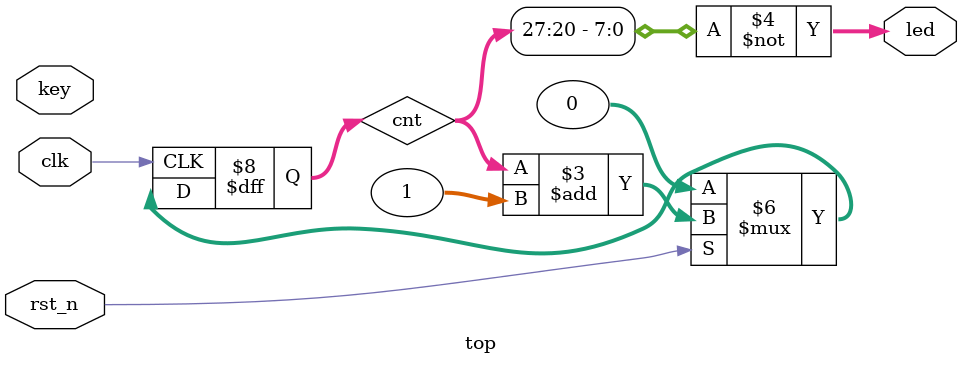
<source format=sv>
module top
(
    input              clk,
    input              rst_n,
    input        [2:0] key,
    output logic [7:0] led
);

    wire rst = ~ rst_n;

    // Exercise 1: Free running counter.
    // How do you change the speed of LED blinking?
    // Try different bit slices to display.

    logic [31:0] cnt;

    always_ff @ (posedge clk)
        if (rst)
            cnt <= 32'b0;
        else
            cnt <= cnt + 32'b1;

    assign led = ~ cnt [27:20];

    // Exercise 2: Key-controlled counter.
    // Comment out the code above.
    // Uncomment and synthesize the code below.
    // Press the key to see the counter incrementing.
    //
    // Change the design, for example:
    //
    // 1. One key is used to increment, another to decrement.
    //
    // 2. Two counters controlled by different keys
    // displayed in different groups of LEDs.

    /*

    wire left_key = ~ key [2];

    logic left_key_r;

    always_ff @ (posedge clk)
        if (rst)
            left_key_r <= 1'b0;
        else
            left_key_r <= left_key;

    wire left_key_pressed = ~ left_key & left_key_r;

    logic [7:0] cnt;

    always_ff @ (posedge clk)
        if (rst)
            cnt <= '0;
        else if (left_key_pressed)
            cnt <= cnt + 1'd1;

    assign led = ~ cnt;

    */

endmodule

</source>
